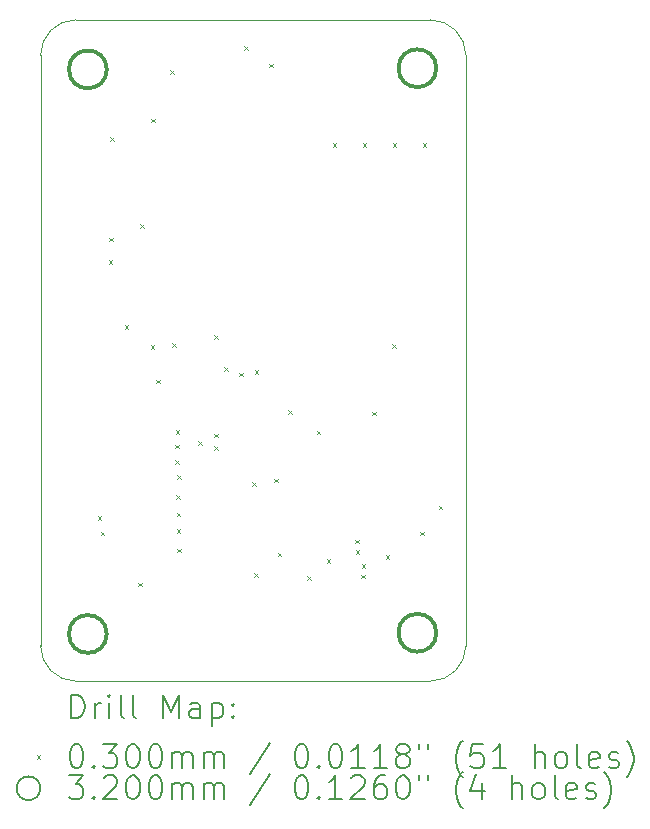
<source format=gbr>
%TF.GenerationSoftware,KiCad,Pcbnew,8.0.7*%
%TF.CreationDate,2025-01-13T12:12:35+05:30*%
%TF.ProjectId,STHDAQ_BX,53544844-4151-45f4-9258-2e6b69636164,rev?*%
%TF.SameCoordinates,Original*%
%TF.FileFunction,Drillmap*%
%TF.FilePolarity,Positive*%
%FSLAX45Y45*%
G04 Gerber Fmt 4.5, Leading zero omitted, Abs format (unit mm)*
G04 Created by KiCad (PCBNEW 8.0.7) date 2025-01-13 12:12:35*
%MOMM*%
%LPD*%
G01*
G04 APERTURE LIST*
%ADD10C,0.050000*%
%ADD11C,0.200000*%
%ADD12C,0.100000*%
%ADD13C,0.320000*%
G04 APERTURE END LIST*
D10*
X17300000Y-13600000D02*
G75*
G02*
X17000000Y-13300000I0J300000D01*
G01*
X20600000Y-8300000D02*
X20600000Y-13300000D01*
X17300000Y-8000000D02*
X20300000Y-8000000D01*
X20300000Y-13600000D02*
X17300000Y-13600000D01*
X20300000Y-8000000D02*
G75*
G02*
X20600000Y-8300000I0J-300000D01*
G01*
X17000000Y-13300000D02*
X17000000Y-8300000D01*
X17000000Y-8300000D02*
G75*
G02*
X17300000Y-8000000I300000J0D01*
G01*
X20600000Y-13300000D02*
G75*
G02*
X20300000Y-13600000I-300000J0D01*
G01*
D11*
D12*
X17482000Y-12201000D02*
X17512000Y-12231000D01*
X17512000Y-12201000D02*
X17482000Y-12231000D01*
X17508000Y-12333000D02*
X17538000Y-12363000D01*
X17538000Y-12333000D02*
X17508000Y-12363000D01*
X17576000Y-10038000D02*
X17606000Y-10068000D01*
X17606000Y-10038000D02*
X17576000Y-10068000D01*
X17582000Y-9844000D02*
X17612000Y-9874000D01*
X17612000Y-9844000D02*
X17582000Y-9874000D01*
X17588000Y-8993000D02*
X17618000Y-9023000D01*
X17618000Y-8993000D02*
X17588000Y-9023000D01*
X17711000Y-10585000D02*
X17741000Y-10615000D01*
X17741000Y-10585000D02*
X17711000Y-10615000D01*
X17825000Y-12766000D02*
X17855000Y-12796000D01*
X17855000Y-12766000D02*
X17825000Y-12796000D01*
X17845000Y-9733000D02*
X17875000Y-9763000D01*
X17875000Y-9733000D02*
X17845000Y-9763000D01*
X17931000Y-10755000D02*
X17961000Y-10785000D01*
X17961000Y-10755000D02*
X17931000Y-10785000D01*
X17937000Y-8836000D02*
X17967000Y-8866000D01*
X17967000Y-8836000D02*
X17937000Y-8866000D01*
X17979855Y-11048145D02*
X18009855Y-11078145D01*
X18009855Y-11048145D02*
X17979855Y-11078145D01*
X18096000Y-8425390D02*
X18126000Y-8455390D01*
X18126000Y-8425390D02*
X18096000Y-8455390D01*
X18113000Y-10740000D02*
X18143000Y-10770000D01*
X18143000Y-10740000D02*
X18113000Y-10770000D01*
X18139000Y-11597000D02*
X18169000Y-11627000D01*
X18169000Y-11597000D02*
X18139000Y-11627000D01*
X18140250Y-11731000D02*
X18170250Y-11761000D01*
X18170250Y-11731000D02*
X18140250Y-11761000D01*
X18144000Y-11474000D02*
X18174000Y-11504000D01*
X18174000Y-11474000D02*
X18144000Y-11504000D01*
X18146904Y-12025943D02*
X18176904Y-12055943D01*
X18176904Y-12025943D02*
X18146904Y-12055943D01*
X18152250Y-12173000D02*
X18182250Y-12203000D01*
X18182250Y-12173000D02*
X18152250Y-12203000D01*
X18152250Y-12314000D02*
X18182250Y-12344000D01*
X18182250Y-12314000D02*
X18152250Y-12344000D01*
X18155250Y-11858000D02*
X18185250Y-11888000D01*
X18185250Y-11858000D02*
X18155250Y-11888000D01*
X18157250Y-12478000D02*
X18187250Y-12508000D01*
X18187250Y-12478000D02*
X18157250Y-12508000D01*
X18334000Y-11567000D02*
X18364000Y-11597000D01*
X18364000Y-11567000D02*
X18334000Y-11597000D01*
X18468250Y-11503000D02*
X18498250Y-11533000D01*
X18498250Y-11503000D02*
X18468250Y-11533000D01*
X18469000Y-10673000D02*
X18499000Y-10703000D01*
X18499000Y-10673000D02*
X18469000Y-10703000D01*
X18470750Y-11611000D02*
X18500750Y-11641000D01*
X18500750Y-11611000D02*
X18470750Y-11641000D01*
X18557000Y-10940000D02*
X18587000Y-10970000D01*
X18587000Y-10940000D02*
X18557000Y-10970000D01*
X18684000Y-10989000D02*
X18714000Y-11019000D01*
X18714000Y-10989000D02*
X18684000Y-11019000D01*
X18723000Y-8225000D02*
X18753000Y-8255000D01*
X18753000Y-8225000D02*
X18723000Y-8255000D01*
X18792000Y-11915000D02*
X18822000Y-11945000D01*
X18822000Y-11915000D02*
X18792000Y-11945000D01*
X18809000Y-12687000D02*
X18839000Y-12717000D01*
X18839000Y-12687000D02*
X18809000Y-12717000D01*
X18815000Y-10966000D02*
X18845000Y-10996000D01*
X18845000Y-10966000D02*
X18815000Y-10996000D01*
X18936000Y-8373000D02*
X18966000Y-8403000D01*
X18966000Y-8373000D02*
X18936000Y-8403000D01*
X18977000Y-11887000D02*
X19007000Y-11917000D01*
X19007000Y-11887000D02*
X18977000Y-11917000D01*
X19009000Y-12513000D02*
X19039000Y-12543000D01*
X19039000Y-12513000D02*
X19009000Y-12543000D01*
X19095000Y-11306000D02*
X19125000Y-11336000D01*
X19125000Y-11306000D02*
X19095000Y-11336000D01*
X19257000Y-12710000D02*
X19287000Y-12740000D01*
X19287000Y-12710000D02*
X19257000Y-12740000D01*
X19338000Y-11481000D02*
X19368000Y-11511000D01*
X19368000Y-11481000D02*
X19338000Y-11511000D01*
X19424000Y-12567000D02*
X19454000Y-12597000D01*
X19454000Y-12567000D02*
X19424000Y-12597000D01*
X19475000Y-9045000D02*
X19505000Y-9075000D01*
X19505000Y-9045000D02*
X19475000Y-9075000D01*
X19663000Y-12401000D02*
X19693000Y-12431000D01*
X19693000Y-12401000D02*
X19663000Y-12431000D01*
X19667000Y-12489000D02*
X19697000Y-12519000D01*
X19697000Y-12489000D02*
X19667000Y-12519000D01*
X19716000Y-12700000D02*
X19746000Y-12730000D01*
X19746000Y-12700000D02*
X19716000Y-12730000D01*
X19718000Y-12609000D02*
X19748000Y-12639000D01*
X19748000Y-12609000D02*
X19718000Y-12639000D01*
X19729000Y-9045000D02*
X19759000Y-9075000D01*
X19759000Y-9045000D02*
X19729000Y-9075000D01*
X19810000Y-11320000D02*
X19840000Y-11350000D01*
X19840000Y-11320000D02*
X19810000Y-11350000D01*
X19924000Y-12534000D02*
X19954000Y-12564000D01*
X19954000Y-12534000D02*
X19924000Y-12564000D01*
X19978000Y-10745000D02*
X20008000Y-10775000D01*
X20008000Y-10745000D02*
X19978000Y-10775000D01*
X19983000Y-9045000D02*
X20013000Y-9075000D01*
X20013000Y-9045000D02*
X19983000Y-9075000D01*
X20216000Y-12335000D02*
X20246000Y-12365000D01*
X20246000Y-12335000D02*
X20216000Y-12365000D01*
X20237000Y-9045000D02*
X20267000Y-9075000D01*
X20267000Y-9045000D02*
X20237000Y-9075000D01*
X20372000Y-12114000D02*
X20402000Y-12144000D01*
X20402000Y-12114000D02*
X20372000Y-12144000D01*
D13*
X17560000Y-8420000D02*
G75*
G02*
X17240000Y-8420000I-160000J0D01*
G01*
X17240000Y-8420000D02*
G75*
G02*
X17560000Y-8420000I160000J0D01*
G01*
X17560000Y-13200000D02*
G75*
G02*
X17240000Y-13200000I-160000J0D01*
G01*
X17240000Y-13200000D02*
G75*
G02*
X17560000Y-13200000I160000J0D01*
G01*
X20350000Y-8410000D02*
G75*
G02*
X20030000Y-8410000I-160000J0D01*
G01*
X20030000Y-8410000D02*
G75*
G02*
X20350000Y-8410000I160000J0D01*
G01*
X20350000Y-13190000D02*
G75*
G02*
X20030000Y-13190000I-160000J0D01*
G01*
X20030000Y-13190000D02*
G75*
G02*
X20350000Y-13190000I160000J0D01*
G01*
D11*
X17258277Y-13913984D02*
X17258277Y-13713984D01*
X17258277Y-13713984D02*
X17305896Y-13713984D01*
X17305896Y-13713984D02*
X17334467Y-13723508D01*
X17334467Y-13723508D02*
X17353515Y-13742555D01*
X17353515Y-13742555D02*
X17363039Y-13761603D01*
X17363039Y-13761603D02*
X17372563Y-13799698D01*
X17372563Y-13799698D02*
X17372563Y-13828269D01*
X17372563Y-13828269D02*
X17363039Y-13866365D01*
X17363039Y-13866365D02*
X17353515Y-13885412D01*
X17353515Y-13885412D02*
X17334467Y-13904460D01*
X17334467Y-13904460D02*
X17305896Y-13913984D01*
X17305896Y-13913984D02*
X17258277Y-13913984D01*
X17458277Y-13913984D02*
X17458277Y-13780650D01*
X17458277Y-13818746D02*
X17467801Y-13799698D01*
X17467801Y-13799698D02*
X17477324Y-13790174D01*
X17477324Y-13790174D02*
X17496372Y-13780650D01*
X17496372Y-13780650D02*
X17515420Y-13780650D01*
X17582086Y-13913984D02*
X17582086Y-13780650D01*
X17582086Y-13713984D02*
X17572563Y-13723508D01*
X17572563Y-13723508D02*
X17582086Y-13733031D01*
X17582086Y-13733031D02*
X17591610Y-13723508D01*
X17591610Y-13723508D02*
X17582086Y-13713984D01*
X17582086Y-13713984D02*
X17582086Y-13733031D01*
X17705896Y-13913984D02*
X17686848Y-13904460D01*
X17686848Y-13904460D02*
X17677324Y-13885412D01*
X17677324Y-13885412D02*
X17677324Y-13713984D01*
X17810658Y-13913984D02*
X17791610Y-13904460D01*
X17791610Y-13904460D02*
X17782086Y-13885412D01*
X17782086Y-13885412D02*
X17782086Y-13713984D01*
X18039229Y-13913984D02*
X18039229Y-13713984D01*
X18039229Y-13713984D02*
X18105896Y-13856841D01*
X18105896Y-13856841D02*
X18172563Y-13713984D01*
X18172563Y-13713984D02*
X18172563Y-13913984D01*
X18353515Y-13913984D02*
X18353515Y-13809222D01*
X18353515Y-13809222D02*
X18343991Y-13790174D01*
X18343991Y-13790174D02*
X18324944Y-13780650D01*
X18324944Y-13780650D02*
X18286848Y-13780650D01*
X18286848Y-13780650D02*
X18267801Y-13790174D01*
X18353515Y-13904460D02*
X18334467Y-13913984D01*
X18334467Y-13913984D02*
X18286848Y-13913984D01*
X18286848Y-13913984D02*
X18267801Y-13904460D01*
X18267801Y-13904460D02*
X18258277Y-13885412D01*
X18258277Y-13885412D02*
X18258277Y-13866365D01*
X18258277Y-13866365D02*
X18267801Y-13847317D01*
X18267801Y-13847317D02*
X18286848Y-13837793D01*
X18286848Y-13837793D02*
X18334467Y-13837793D01*
X18334467Y-13837793D02*
X18353515Y-13828269D01*
X18448753Y-13780650D02*
X18448753Y-13980650D01*
X18448753Y-13790174D02*
X18467801Y-13780650D01*
X18467801Y-13780650D02*
X18505896Y-13780650D01*
X18505896Y-13780650D02*
X18524944Y-13790174D01*
X18524944Y-13790174D02*
X18534467Y-13799698D01*
X18534467Y-13799698D02*
X18543991Y-13818746D01*
X18543991Y-13818746D02*
X18543991Y-13875888D01*
X18543991Y-13875888D02*
X18534467Y-13894936D01*
X18534467Y-13894936D02*
X18524944Y-13904460D01*
X18524944Y-13904460D02*
X18505896Y-13913984D01*
X18505896Y-13913984D02*
X18467801Y-13913984D01*
X18467801Y-13913984D02*
X18448753Y-13904460D01*
X18629705Y-13894936D02*
X18639229Y-13904460D01*
X18639229Y-13904460D02*
X18629705Y-13913984D01*
X18629705Y-13913984D02*
X18620182Y-13904460D01*
X18620182Y-13904460D02*
X18629705Y-13894936D01*
X18629705Y-13894936D02*
X18629705Y-13913984D01*
X18629705Y-13790174D02*
X18639229Y-13799698D01*
X18639229Y-13799698D02*
X18629705Y-13809222D01*
X18629705Y-13809222D02*
X18620182Y-13799698D01*
X18620182Y-13799698D02*
X18629705Y-13790174D01*
X18629705Y-13790174D02*
X18629705Y-13809222D01*
D12*
X16967500Y-14227500D02*
X16997500Y-14257500D01*
X16997500Y-14227500D02*
X16967500Y-14257500D01*
D11*
X17296372Y-14133984D02*
X17315420Y-14133984D01*
X17315420Y-14133984D02*
X17334467Y-14143508D01*
X17334467Y-14143508D02*
X17343991Y-14153031D01*
X17343991Y-14153031D02*
X17353515Y-14172079D01*
X17353515Y-14172079D02*
X17363039Y-14210174D01*
X17363039Y-14210174D02*
X17363039Y-14257793D01*
X17363039Y-14257793D02*
X17353515Y-14295888D01*
X17353515Y-14295888D02*
X17343991Y-14314936D01*
X17343991Y-14314936D02*
X17334467Y-14324460D01*
X17334467Y-14324460D02*
X17315420Y-14333984D01*
X17315420Y-14333984D02*
X17296372Y-14333984D01*
X17296372Y-14333984D02*
X17277324Y-14324460D01*
X17277324Y-14324460D02*
X17267801Y-14314936D01*
X17267801Y-14314936D02*
X17258277Y-14295888D01*
X17258277Y-14295888D02*
X17248753Y-14257793D01*
X17248753Y-14257793D02*
X17248753Y-14210174D01*
X17248753Y-14210174D02*
X17258277Y-14172079D01*
X17258277Y-14172079D02*
X17267801Y-14153031D01*
X17267801Y-14153031D02*
X17277324Y-14143508D01*
X17277324Y-14143508D02*
X17296372Y-14133984D01*
X17448753Y-14314936D02*
X17458277Y-14324460D01*
X17458277Y-14324460D02*
X17448753Y-14333984D01*
X17448753Y-14333984D02*
X17439229Y-14324460D01*
X17439229Y-14324460D02*
X17448753Y-14314936D01*
X17448753Y-14314936D02*
X17448753Y-14333984D01*
X17524944Y-14133984D02*
X17648753Y-14133984D01*
X17648753Y-14133984D02*
X17582086Y-14210174D01*
X17582086Y-14210174D02*
X17610658Y-14210174D01*
X17610658Y-14210174D02*
X17629705Y-14219698D01*
X17629705Y-14219698D02*
X17639229Y-14229222D01*
X17639229Y-14229222D02*
X17648753Y-14248269D01*
X17648753Y-14248269D02*
X17648753Y-14295888D01*
X17648753Y-14295888D02*
X17639229Y-14314936D01*
X17639229Y-14314936D02*
X17629705Y-14324460D01*
X17629705Y-14324460D02*
X17610658Y-14333984D01*
X17610658Y-14333984D02*
X17553515Y-14333984D01*
X17553515Y-14333984D02*
X17534467Y-14324460D01*
X17534467Y-14324460D02*
X17524944Y-14314936D01*
X17772563Y-14133984D02*
X17791610Y-14133984D01*
X17791610Y-14133984D02*
X17810658Y-14143508D01*
X17810658Y-14143508D02*
X17820182Y-14153031D01*
X17820182Y-14153031D02*
X17829705Y-14172079D01*
X17829705Y-14172079D02*
X17839229Y-14210174D01*
X17839229Y-14210174D02*
X17839229Y-14257793D01*
X17839229Y-14257793D02*
X17829705Y-14295888D01*
X17829705Y-14295888D02*
X17820182Y-14314936D01*
X17820182Y-14314936D02*
X17810658Y-14324460D01*
X17810658Y-14324460D02*
X17791610Y-14333984D01*
X17791610Y-14333984D02*
X17772563Y-14333984D01*
X17772563Y-14333984D02*
X17753515Y-14324460D01*
X17753515Y-14324460D02*
X17743991Y-14314936D01*
X17743991Y-14314936D02*
X17734467Y-14295888D01*
X17734467Y-14295888D02*
X17724944Y-14257793D01*
X17724944Y-14257793D02*
X17724944Y-14210174D01*
X17724944Y-14210174D02*
X17734467Y-14172079D01*
X17734467Y-14172079D02*
X17743991Y-14153031D01*
X17743991Y-14153031D02*
X17753515Y-14143508D01*
X17753515Y-14143508D02*
X17772563Y-14133984D01*
X17963039Y-14133984D02*
X17982086Y-14133984D01*
X17982086Y-14133984D02*
X18001134Y-14143508D01*
X18001134Y-14143508D02*
X18010658Y-14153031D01*
X18010658Y-14153031D02*
X18020182Y-14172079D01*
X18020182Y-14172079D02*
X18029705Y-14210174D01*
X18029705Y-14210174D02*
X18029705Y-14257793D01*
X18029705Y-14257793D02*
X18020182Y-14295888D01*
X18020182Y-14295888D02*
X18010658Y-14314936D01*
X18010658Y-14314936D02*
X18001134Y-14324460D01*
X18001134Y-14324460D02*
X17982086Y-14333984D01*
X17982086Y-14333984D02*
X17963039Y-14333984D01*
X17963039Y-14333984D02*
X17943991Y-14324460D01*
X17943991Y-14324460D02*
X17934467Y-14314936D01*
X17934467Y-14314936D02*
X17924944Y-14295888D01*
X17924944Y-14295888D02*
X17915420Y-14257793D01*
X17915420Y-14257793D02*
X17915420Y-14210174D01*
X17915420Y-14210174D02*
X17924944Y-14172079D01*
X17924944Y-14172079D02*
X17934467Y-14153031D01*
X17934467Y-14153031D02*
X17943991Y-14143508D01*
X17943991Y-14143508D02*
X17963039Y-14133984D01*
X18115420Y-14333984D02*
X18115420Y-14200650D01*
X18115420Y-14219698D02*
X18124944Y-14210174D01*
X18124944Y-14210174D02*
X18143991Y-14200650D01*
X18143991Y-14200650D02*
X18172563Y-14200650D01*
X18172563Y-14200650D02*
X18191610Y-14210174D01*
X18191610Y-14210174D02*
X18201134Y-14229222D01*
X18201134Y-14229222D02*
X18201134Y-14333984D01*
X18201134Y-14229222D02*
X18210658Y-14210174D01*
X18210658Y-14210174D02*
X18229705Y-14200650D01*
X18229705Y-14200650D02*
X18258277Y-14200650D01*
X18258277Y-14200650D02*
X18277325Y-14210174D01*
X18277325Y-14210174D02*
X18286848Y-14229222D01*
X18286848Y-14229222D02*
X18286848Y-14333984D01*
X18382086Y-14333984D02*
X18382086Y-14200650D01*
X18382086Y-14219698D02*
X18391610Y-14210174D01*
X18391610Y-14210174D02*
X18410658Y-14200650D01*
X18410658Y-14200650D02*
X18439229Y-14200650D01*
X18439229Y-14200650D02*
X18458277Y-14210174D01*
X18458277Y-14210174D02*
X18467801Y-14229222D01*
X18467801Y-14229222D02*
X18467801Y-14333984D01*
X18467801Y-14229222D02*
X18477325Y-14210174D01*
X18477325Y-14210174D02*
X18496372Y-14200650D01*
X18496372Y-14200650D02*
X18524944Y-14200650D01*
X18524944Y-14200650D02*
X18543991Y-14210174D01*
X18543991Y-14210174D02*
X18553515Y-14229222D01*
X18553515Y-14229222D02*
X18553515Y-14333984D01*
X18943991Y-14124460D02*
X18772563Y-14381603D01*
X19201134Y-14133984D02*
X19220182Y-14133984D01*
X19220182Y-14133984D02*
X19239229Y-14143508D01*
X19239229Y-14143508D02*
X19248753Y-14153031D01*
X19248753Y-14153031D02*
X19258277Y-14172079D01*
X19258277Y-14172079D02*
X19267801Y-14210174D01*
X19267801Y-14210174D02*
X19267801Y-14257793D01*
X19267801Y-14257793D02*
X19258277Y-14295888D01*
X19258277Y-14295888D02*
X19248753Y-14314936D01*
X19248753Y-14314936D02*
X19239229Y-14324460D01*
X19239229Y-14324460D02*
X19220182Y-14333984D01*
X19220182Y-14333984D02*
X19201134Y-14333984D01*
X19201134Y-14333984D02*
X19182087Y-14324460D01*
X19182087Y-14324460D02*
X19172563Y-14314936D01*
X19172563Y-14314936D02*
X19163039Y-14295888D01*
X19163039Y-14295888D02*
X19153515Y-14257793D01*
X19153515Y-14257793D02*
X19153515Y-14210174D01*
X19153515Y-14210174D02*
X19163039Y-14172079D01*
X19163039Y-14172079D02*
X19172563Y-14153031D01*
X19172563Y-14153031D02*
X19182087Y-14143508D01*
X19182087Y-14143508D02*
X19201134Y-14133984D01*
X19353515Y-14314936D02*
X19363039Y-14324460D01*
X19363039Y-14324460D02*
X19353515Y-14333984D01*
X19353515Y-14333984D02*
X19343991Y-14324460D01*
X19343991Y-14324460D02*
X19353515Y-14314936D01*
X19353515Y-14314936D02*
X19353515Y-14333984D01*
X19486848Y-14133984D02*
X19505896Y-14133984D01*
X19505896Y-14133984D02*
X19524944Y-14143508D01*
X19524944Y-14143508D02*
X19534468Y-14153031D01*
X19534468Y-14153031D02*
X19543991Y-14172079D01*
X19543991Y-14172079D02*
X19553515Y-14210174D01*
X19553515Y-14210174D02*
X19553515Y-14257793D01*
X19553515Y-14257793D02*
X19543991Y-14295888D01*
X19543991Y-14295888D02*
X19534468Y-14314936D01*
X19534468Y-14314936D02*
X19524944Y-14324460D01*
X19524944Y-14324460D02*
X19505896Y-14333984D01*
X19505896Y-14333984D02*
X19486848Y-14333984D01*
X19486848Y-14333984D02*
X19467801Y-14324460D01*
X19467801Y-14324460D02*
X19458277Y-14314936D01*
X19458277Y-14314936D02*
X19448753Y-14295888D01*
X19448753Y-14295888D02*
X19439229Y-14257793D01*
X19439229Y-14257793D02*
X19439229Y-14210174D01*
X19439229Y-14210174D02*
X19448753Y-14172079D01*
X19448753Y-14172079D02*
X19458277Y-14153031D01*
X19458277Y-14153031D02*
X19467801Y-14143508D01*
X19467801Y-14143508D02*
X19486848Y-14133984D01*
X19743991Y-14333984D02*
X19629706Y-14333984D01*
X19686848Y-14333984D02*
X19686848Y-14133984D01*
X19686848Y-14133984D02*
X19667801Y-14162555D01*
X19667801Y-14162555D02*
X19648753Y-14181603D01*
X19648753Y-14181603D02*
X19629706Y-14191127D01*
X19934468Y-14333984D02*
X19820182Y-14333984D01*
X19877325Y-14333984D02*
X19877325Y-14133984D01*
X19877325Y-14133984D02*
X19858277Y-14162555D01*
X19858277Y-14162555D02*
X19839229Y-14181603D01*
X19839229Y-14181603D02*
X19820182Y-14191127D01*
X20048753Y-14219698D02*
X20029706Y-14210174D01*
X20029706Y-14210174D02*
X20020182Y-14200650D01*
X20020182Y-14200650D02*
X20010658Y-14181603D01*
X20010658Y-14181603D02*
X20010658Y-14172079D01*
X20010658Y-14172079D02*
X20020182Y-14153031D01*
X20020182Y-14153031D02*
X20029706Y-14143508D01*
X20029706Y-14143508D02*
X20048753Y-14133984D01*
X20048753Y-14133984D02*
X20086849Y-14133984D01*
X20086849Y-14133984D02*
X20105896Y-14143508D01*
X20105896Y-14143508D02*
X20115420Y-14153031D01*
X20115420Y-14153031D02*
X20124944Y-14172079D01*
X20124944Y-14172079D02*
X20124944Y-14181603D01*
X20124944Y-14181603D02*
X20115420Y-14200650D01*
X20115420Y-14200650D02*
X20105896Y-14210174D01*
X20105896Y-14210174D02*
X20086849Y-14219698D01*
X20086849Y-14219698D02*
X20048753Y-14219698D01*
X20048753Y-14219698D02*
X20029706Y-14229222D01*
X20029706Y-14229222D02*
X20020182Y-14238746D01*
X20020182Y-14238746D02*
X20010658Y-14257793D01*
X20010658Y-14257793D02*
X20010658Y-14295888D01*
X20010658Y-14295888D02*
X20020182Y-14314936D01*
X20020182Y-14314936D02*
X20029706Y-14324460D01*
X20029706Y-14324460D02*
X20048753Y-14333984D01*
X20048753Y-14333984D02*
X20086849Y-14333984D01*
X20086849Y-14333984D02*
X20105896Y-14324460D01*
X20105896Y-14324460D02*
X20115420Y-14314936D01*
X20115420Y-14314936D02*
X20124944Y-14295888D01*
X20124944Y-14295888D02*
X20124944Y-14257793D01*
X20124944Y-14257793D02*
X20115420Y-14238746D01*
X20115420Y-14238746D02*
X20105896Y-14229222D01*
X20105896Y-14229222D02*
X20086849Y-14219698D01*
X20201134Y-14133984D02*
X20201134Y-14172079D01*
X20277325Y-14133984D02*
X20277325Y-14172079D01*
X20572563Y-14410174D02*
X20563039Y-14400650D01*
X20563039Y-14400650D02*
X20543991Y-14372079D01*
X20543991Y-14372079D02*
X20534468Y-14353031D01*
X20534468Y-14353031D02*
X20524944Y-14324460D01*
X20524944Y-14324460D02*
X20515420Y-14276841D01*
X20515420Y-14276841D02*
X20515420Y-14238746D01*
X20515420Y-14238746D02*
X20524944Y-14191127D01*
X20524944Y-14191127D02*
X20534468Y-14162555D01*
X20534468Y-14162555D02*
X20543991Y-14143508D01*
X20543991Y-14143508D02*
X20563039Y-14114936D01*
X20563039Y-14114936D02*
X20572563Y-14105412D01*
X20743991Y-14133984D02*
X20648753Y-14133984D01*
X20648753Y-14133984D02*
X20639230Y-14229222D01*
X20639230Y-14229222D02*
X20648753Y-14219698D01*
X20648753Y-14219698D02*
X20667801Y-14210174D01*
X20667801Y-14210174D02*
X20715420Y-14210174D01*
X20715420Y-14210174D02*
X20734468Y-14219698D01*
X20734468Y-14219698D02*
X20743991Y-14229222D01*
X20743991Y-14229222D02*
X20753515Y-14248269D01*
X20753515Y-14248269D02*
X20753515Y-14295888D01*
X20753515Y-14295888D02*
X20743991Y-14314936D01*
X20743991Y-14314936D02*
X20734468Y-14324460D01*
X20734468Y-14324460D02*
X20715420Y-14333984D01*
X20715420Y-14333984D02*
X20667801Y-14333984D01*
X20667801Y-14333984D02*
X20648753Y-14324460D01*
X20648753Y-14324460D02*
X20639230Y-14314936D01*
X20943991Y-14333984D02*
X20829706Y-14333984D01*
X20886849Y-14333984D02*
X20886849Y-14133984D01*
X20886849Y-14133984D02*
X20867801Y-14162555D01*
X20867801Y-14162555D02*
X20848753Y-14181603D01*
X20848753Y-14181603D02*
X20829706Y-14191127D01*
X21182087Y-14333984D02*
X21182087Y-14133984D01*
X21267801Y-14333984D02*
X21267801Y-14229222D01*
X21267801Y-14229222D02*
X21258277Y-14210174D01*
X21258277Y-14210174D02*
X21239230Y-14200650D01*
X21239230Y-14200650D02*
X21210658Y-14200650D01*
X21210658Y-14200650D02*
X21191611Y-14210174D01*
X21191611Y-14210174D02*
X21182087Y-14219698D01*
X21391611Y-14333984D02*
X21372563Y-14324460D01*
X21372563Y-14324460D02*
X21363039Y-14314936D01*
X21363039Y-14314936D02*
X21353515Y-14295888D01*
X21353515Y-14295888D02*
X21353515Y-14238746D01*
X21353515Y-14238746D02*
X21363039Y-14219698D01*
X21363039Y-14219698D02*
X21372563Y-14210174D01*
X21372563Y-14210174D02*
X21391611Y-14200650D01*
X21391611Y-14200650D02*
X21420182Y-14200650D01*
X21420182Y-14200650D02*
X21439230Y-14210174D01*
X21439230Y-14210174D02*
X21448753Y-14219698D01*
X21448753Y-14219698D02*
X21458277Y-14238746D01*
X21458277Y-14238746D02*
X21458277Y-14295888D01*
X21458277Y-14295888D02*
X21448753Y-14314936D01*
X21448753Y-14314936D02*
X21439230Y-14324460D01*
X21439230Y-14324460D02*
X21420182Y-14333984D01*
X21420182Y-14333984D02*
X21391611Y-14333984D01*
X21572563Y-14333984D02*
X21553515Y-14324460D01*
X21553515Y-14324460D02*
X21543992Y-14305412D01*
X21543992Y-14305412D02*
X21543992Y-14133984D01*
X21724944Y-14324460D02*
X21705896Y-14333984D01*
X21705896Y-14333984D02*
X21667801Y-14333984D01*
X21667801Y-14333984D02*
X21648753Y-14324460D01*
X21648753Y-14324460D02*
X21639230Y-14305412D01*
X21639230Y-14305412D02*
X21639230Y-14229222D01*
X21639230Y-14229222D02*
X21648753Y-14210174D01*
X21648753Y-14210174D02*
X21667801Y-14200650D01*
X21667801Y-14200650D02*
X21705896Y-14200650D01*
X21705896Y-14200650D02*
X21724944Y-14210174D01*
X21724944Y-14210174D02*
X21734468Y-14229222D01*
X21734468Y-14229222D02*
X21734468Y-14248269D01*
X21734468Y-14248269D02*
X21639230Y-14267317D01*
X21810658Y-14324460D02*
X21829706Y-14333984D01*
X21829706Y-14333984D02*
X21867801Y-14333984D01*
X21867801Y-14333984D02*
X21886849Y-14324460D01*
X21886849Y-14324460D02*
X21896373Y-14305412D01*
X21896373Y-14305412D02*
X21896373Y-14295888D01*
X21896373Y-14295888D02*
X21886849Y-14276841D01*
X21886849Y-14276841D02*
X21867801Y-14267317D01*
X21867801Y-14267317D02*
X21839230Y-14267317D01*
X21839230Y-14267317D02*
X21820182Y-14257793D01*
X21820182Y-14257793D02*
X21810658Y-14238746D01*
X21810658Y-14238746D02*
X21810658Y-14229222D01*
X21810658Y-14229222D02*
X21820182Y-14210174D01*
X21820182Y-14210174D02*
X21839230Y-14200650D01*
X21839230Y-14200650D02*
X21867801Y-14200650D01*
X21867801Y-14200650D02*
X21886849Y-14210174D01*
X21963039Y-14410174D02*
X21972563Y-14400650D01*
X21972563Y-14400650D02*
X21991611Y-14372079D01*
X21991611Y-14372079D02*
X22001134Y-14353031D01*
X22001134Y-14353031D02*
X22010658Y-14324460D01*
X22010658Y-14324460D02*
X22020182Y-14276841D01*
X22020182Y-14276841D02*
X22020182Y-14238746D01*
X22020182Y-14238746D02*
X22010658Y-14191127D01*
X22010658Y-14191127D02*
X22001134Y-14162555D01*
X22001134Y-14162555D02*
X21991611Y-14143508D01*
X21991611Y-14143508D02*
X21972563Y-14114936D01*
X21972563Y-14114936D02*
X21963039Y-14105412D01*
X16997500Y-14506500D02*
G75*
G02*
X16797500Y-14506500I-100000J0D01*
G01*
X16797500Y-14506500D02*
G75*
G02*
X16997500Y-14506500I100000J0D01*
G01*
X17239229Y-14397984D02*
X17363039Y-14397984D01*
X17363039Y-14397984D02*
X17296372Y-14474174D01*
X17296372Y-14474174D02*
X17324944Y-14474174D01*
X17324944Y-14474174D02*
X17343991Y-14483698D01*
X17343991Y-14483698D02*
X17353515Y-14493222D01*
X17353515Y-14493222D02*
X17363039Y-14512269D01*
X17363039Y-14512269D02*
X17363039Y-14559888D01*
X17363039Y-14559888D02*
X17353515Y-14578936D01*
X17353515Y-14578936D02*
X17343991Y-14588460D01*
X17343991Y-14588460D02*
X17324944Y-14597984D01*
X17324944Y-14597984D02*
X17267801Y-14597984D01*
X17267801Y-14597984D02*
X17248753Y-14588460D01*
X17248753Y-14588460D02*
X17239229Y-14578936D01*
X17448753Y-14578936D02*
X17458277Y-14588460D01*
X17458277Y-14588460D02*
X17448753Y-14597984D01*
X17448753Y-14597984D02*
X17439229Y-14588460D01*
X17439229Y-14588460D02*
X17448753Y-14578936D01*
X17448753Y-14578936D02*
X17448753Y-14597984D01*
X17534467Y-14417031D02*
X17543991Y-14407508D01*
X17543991Y-14407508D02*
X17563039Y-14397984D01*
X17563039Y-14397984D02*
X17610658Y-14397984D01*
X17610658Y-14397984D02*
X17629705Y-14407508D01*
X17629705Y-14407508D02*
X17639229Y-14417031D01*
X17639229Y-14417031D02*
X17648753Y-14436079D01*
X17648753Y-14436079D02*
X17648753Y-14455127D01*
X17648753Y-14455127D02*
X17639229Y-14483698D01*
X17639229Y-14483698D02*
X17524944Y-14597984D01*
X17524944Y-14597984D02*
X17648753Y-14597984D01*
X17772563Y-14397984D02*
X17791610Y-14397984D01*
X17791610Y-14397984D02*
X17810658Y-14407508D01*
X17810658Y-14407508D02*
X17820182Y-14417031D01*
X17820182Y-14417031D02*
X17829705Y-14436079D01*
X17829705Y-14436079D02*
X17839229Y-14474174D01*
X17839229Y-14474174D02*
X17839229Y-14521793D01*
X17839229Y-14521793D02*
X17829705Y-14559888D01*
X17829705Y-14559888D02*
X17820182Y-14578936D01*
X17820182Y-14578936D02*
X17810658Y-14588460D01*
X17810658Y-14588460D02*
X17791610Y-14597984D01*
X17791610Y-14597984D02*
X17772563Y-14597984D01*
X17772563Y-14597984D02*
X17753515Y-14588460D01*
X17753515Y-14588460D02*
X17743991Y-14578936D01*
X17743991Y-14578936D02*
X17734467Y-14559888D01*
X17734467Y-14559888D02*
X17724944Y-14521793D01*
X17724944Y-14521793D02*
X17724944Y-14474174D01*
X17724944Y-14474174D02*
X17734467Y-14436079D01*
X17734467Y-14436079D02*
X17743991Y-14417031D01*
X17743991Y-14417031D02*
X17753515Y-14407508D01*
X17753515Y-14407508D02*
X17772563Y-14397984D01*
X17963039Y-14397984D02*
X17982086Y-14397984D01*
X17982086Y-14397984D02*
X18001134Y-14407508D01*
X18001134Y-14407508D02*
X18010658Y-14417031D01*
X18010658Y-14417031D02*
X18020182Y-14436079D01*
X18020182Y-14436079D02*
X18029705Y-14474174D01*
X18029705Y-14474174D02*
X18029705Y-14521793D01*
X18029705Y-14521793D02*
X18020182Y-14559888D01*
X18020182Y-14559888D02*
X18010658Y-14578936D01*
X18010658Y-14578936D02*
X18001134Y-14588460D01*
X18001134Y-14588460D02*
X17982086Y-14597984D01*
X17982086Y-14597984D02*
X17963039Y-14597984D01*
X17963039Y-14597984D02*
X17943991Y-14588460D01*
X17943991Y-14588460D02*
X17934467Y-14578936D01*
X17934467Y-14578936D02*
X17924944Y-14559888D01*
X17924944Y-14559888D02*
X17915420Y-14521793D01*
X17915420Y-14521793D02*
X17915420Y-14474174D01*
X17915420Y-14474174D02*
X17924944Y-14436079D01*
X17924944Y-14436079D02*
X17934467Y-14417031D01*
X17934467Y-14417031D02*
X17943991Y-14407508D01*
X17943991Y-14407508D02*
X17963039Y-14397984D01*
X18115420Y-14597984D02*
X18115420Y-14464650D01*
X18115420Y-14483698D02*
X18124944Y-14474174D01*
X18124944Y-14474174D02*
X18143991Y-14464650D01*
X18143991Y-14464650D02*
X18172563Y-14464650D01*
X18172563Y-14464650D02*
X18191610Y-14474174D01*
X18191610Y-14474174D02*
X18201134Y-14493222D01*
X18201134Y-14493222D02*
X18201134Y-14597984D01*
X18201134Y-14493222D02*
X18210658Y-14474174D01*
X18210658Y-14474174D02*
X18229705Y-14464650D01*
X18229705Y-14464650D02*
X18258277Y-14464650D01*
X18258277Y-14464650D02*
X18277325Y-14474174D01*
X18277325Y-14474174D02*
X18286848Y-14493222D01*
X18286848Y-14493222D02*
X18286848Y-14597984D01*
X18382086Y-14597984D02*
X18382086Y-14464650D01*
X18382086Y-14483698D02*
X18391610Y-14474174D01*
X18391610Y-14474174D02*
X18410658Y-14464650D01*
X18410658Y-14464650D02*
X18439229Y-14464650D01*
X18439229Y-14464650D02*
X18458277Y-14474174D01*
X18458277Y-14474174D02*
X18467801Y-14493222D01*
X18467801Y-14493222D02*
X18467801Y-14597984D01*
X18467801Y-14493222D02*
X18477325Y-14474174D01*
X18477325Y-14474174D02*
X18496372Y-14464650D01*
X18496372Y-14464650D02*
X18524944Y-14464650D01*
X18524944Y-14464650D02*
X18543991Y-14474174D01*
X18543991Y-14474174D02*
X18553515Y-14493222D01*
X18553515Y-14493222D02*
X18553515Y-14597984D01*
X18943991Y-14388460D02*
X18772563Y-14645603D01*
X19201134Y-14397984D02*
X19220182Y-14397984D01*
X19220182Y-14397984D02*
X19239229Y-14407508D01*
X19239229Y-14407508D02*
X19248753Y-14417031D01*
X19248753Y-14417031D02*
X19258277Y-14436079D01*
X19258277Y-14436079D02*
X19267801Y-14474174D01*
X19267801Y-14474174D02*
X19267801Y-14521793D01*
X19267801Y-14521793D02*
X19258277Y-14559888D01*
X19258277Y-14559888D02*
X19248753Y-14578936D01*
X19248753Y-14578936D02*
X19239229Y-14588460D01*
X19239229Y-14588460D02*
X19220182Y-14597984D01*
X19220182Y-14597984D02*
X19201134Y-14597984D01*
X19201134Y-14597984D02*
X19182087Y-14588460D01*
X19182087Y-14588460D02*
X19172563Y-14578936D01*
X19172563Y-14578936D02*
X19163039Y-14559888D01*
X19163039Y-14559888D02*
X19153515Y-14521793D01*
X19153515Y-14521793D02*
X19153515Y-14474174D01*
X19153515Y-14474174D02*
X19163039Y-14436079D01*
X19163039Y-14436079D02*
X19172563Y-14417031D01*
X19172563Y-14417031D02*
X19182087Y-14407508D01*
X19182087Y-14407508D02*
X19201134Y-14397984D01*
X19353515Y-14578936D02*
X19363039Y-14588460D01*
X19363039Y-14588460D02*
X19353515Y-14597984D01*
X19353515Y-14597984D02*
X19343991Y-14588460D01*
X19343991Y-14588460D02*
X19353515Y-14578936D01*
X19353515Y-14578936D02*
X19353515Y-14597984D01*
X19553515Y-14597984D02*
X19439229Y-14597984D01*
X19496372Y-14597984D02*
X19496372Y-14397984D01*
X19496372Y-14397984D02*
X19477325Y-14426555D01*
X19477325Y-14426555D02*
X19458277Y-14445603D01*
X19458277Y-14445603D02*
X19439229Y-14455127D01*
X19629706Y-14417031D02*
X19639229Y-14407508D01*
X19639229Y-14407508D02*
X19658277Y-14397984D01*
X19658277Y-14397984D02*
X19705896Y-14397984D01*
X19705896Y-14397984D02*
X19724944Y-14407508D01*
X19724944Y-14407508D02*
X19734468Y-14417031D01*
X19734468Y-14417031D02*
X19743991Y-14436079D01*
X19743991Y-14436079D02*
X19743991Y-14455127D01*
X19743991Y-14455127D02*
X19734468Y-14483698D01*
X19734468Y-14483698D02*
X19620182Y-14597984D01*
X19620182Y-14597984D02*
X19743991Y-14597984D01*
X19915420Y-14397984D02*
X19877325Y-14397984D01*
X19877325Y-14397984D02*
X19858277Y-14407508D01*
X19858277Y-14407508D02*
X19848753Y-14417031D01*
X19848753Y-14417031D02*
X19829706Y-14445603D01*
X19829706Y-14445603D02*
X19820182Y-14483698D01*
X19820182Y-14483698D02*
X19820182Y-14559888D01*
X19820182Y-14559888D02*
X19829706Y-14578936D01*
X19829706Y-14578936D02*
X19839229Y-14588460D01*
X19839229Y-14588460D02*
X19858277Y-14597984D01*
X19858277Y-14597984D02*
X19896372Y-14597984D01*
X19896372Y-14597984D02*
X19915420Y-14588460D01*
X19915420Y-14588460D02*
X19924944Y-14578936D01*
X19924944Y-14578936D02*
X19934468Y-14559888D01*
X19934468Y-14559888D02*
X19934468Y-14512269D01*
X19934468Y-14512269D02*
X19924944Y-14493222D01*
X19924944Y-14493222D02*
X19915420Y-14483698D01*
X19915420Y-14483698D02*
X19896372Y-14474174D01*
X19896372Y-14474174D02*
X19858277Y-14474174D01*
X19858277Y-14474174D02*
X19839229Y-14483698D01*
X19839229Y-14483698D02*
X19829706Y-14493222D01*
X19829706Y-14493222D02*
X19820182Y-14512269D01*
X20058277Y-14397984D02*
X20077325Y-14397984D01*
X20077325Y-14397984D02*
X20096372Y-14407508D01*
X20096372Y-14407508D02*
X20105896Y-14417031D01*
X20105896Y-14417031D02*
X20115420Y-14436079D01*
X20115420Y-14436079D02*
X20124944Y-14474174D01*
X20124944Y-14474174D02*
X20124944Y-14521793D01*
X20124944Y-14521793D02*
X20115420Y-14559888D01*
X20115420Y-14559888D02*
X20105896Y-14578936D01*
X20105896Y-14578936D02*
X20096372Y-14588460D01*
X20096372Y-14588460D02*
X20077325Y-14597984D01*
X20077325Y-14597984D02*
X20058277Y-14597984D01*
X20058277Y-14597984D02*
X20039229Y-14588460D01*
X20039229Y-14588460D02*
X20029706Y-14578936D01*
X20029706Y-14578936D02*
X20020182Y-14559888D01*
X20020182Y-14559888D02*
X20010658Y-14521793D01*
X20010658Y-14521793D02*
X20010658Y-14474174D01*
X20010658Y-14474174D02*
X20020182Y-14436079D01*
X20020182Y-14436079D02*
X20029706Y-14417031D01*
X20029706Y-14417031D02*
X20039229Y-14407508D01*
X20039229Y-14407508D02*
X20058277Y-14397984D01*
X20201134Y-14397984D02*
X20201134Y-14436079D01*
X20277325Y-14397984D02*
X20277325Y-14436079D01*
X20572563Y-14674174D02*
X20563039Y-14664650D01*
X20563039Y-14664650D02*
X20543991Y-14636079D01*
X20543991Y-14636079D02*
X20534468Y-14617031D01*
X20534468Y-14617031D02*
X20524944Y-14588460D01*
X20524944Y-14588460D02*
X20515420Y-14540841D01*
X20515420Y-14540841D02*
X20515420Y-14502746D01*
X20515420Y-14502746D02*
X20524944Y-14455127D01*
X20524944Y-14455127D02*
X20534468Y-14426555D01*
X20534468Y-14426555D02*
X20543991Y-14407508D01*
X20543991Y-14407508D02*
X20563039Y-14378936D01*
X20563039Y-14378936D02*
X20572563Y-14369412D01*
X20734468Y-14464650D02*
X20734468Y-14597984D01*
X20686849Y-14388460D02*
X20639230Y-14531317D01*
X20639230Y-14531317D02*
X20763039Y-14531317D01*
X20991611Y-14597984D02*
X20991611Y-14397984D01*
X21077325Y-14597984D02*
X21077325Y-14493222D01*
X21077325Y-14493222D02*
X21067801Y-14474174D01*
X21067801Y-14474174D02*
X21048753Y-14464650D01*
X21048753Y-14464650D02*
X21020182Y-14464650D01*
X21020182Y-14464650D02*
X21001134Y-14474174D01*
X21001134Y-14474174D02*
X20991611Y-14483698D01*
X21201134Y-14597984D02*
X21182087Y-14588460D01*
X21182087Y-14588460D02*
X21172563Y-14578936D01*
X21172563Y-14578936D02*
X21163039Y-14559888D01*
X21163039Y-14559888D02*
X21163039Y-14502746D01*
X21163039Y-14502746D02*
X21172563Y-14483698D01*
X21172563Y-14483698D02*
X21182087Y-14474174D01*
X21182087Y-14474174D02*
X21201134Y-14464650D01*
X21201134Y-14464650D02*
X21229706Y-14464650D01*
X21229706Y-14464650D02*
X21248753Y-14474174D01*
X21248753Y-14474174D02*
X21258277Y-14483698D01*
X21258277Y-14483698D02*
X21267801Y-14502746D01*
X21267801Y-14502746D02*
X21267801Y-14559888D01*
X21267801Y-14559888D02*
X21258277Y-14578936D01*
X21258277Y-14578936D02*
X21248753Y-14588460D01*
X21248753Y-14588460D02*
X21229706Y-14597984D01*
X21229706Y-14597984D02*
X21201134Y-14597984D01*
X21382087Y-14597984D02*
X21363039Y-14588460D01*
X21363039Y-14588460D02*
X21353515Y-14569412D01*
X21353515Y-14569412D02*
X21353515Y-14397984D01*
X21534468Y-14588460D02*
X21515420Y-14597984D01*
X21515420Y-14597984D02*
X21477325Y-14597984D01*
X21477325Y-14597984D02*
X21458277Y-14588460D01*
X21458277Y-14588460D02*
X21448753Y-14569412D01*
X21448753Y-14569412D02*
X21448753Y-14493222D01*
X21448753Y-14493222D02*
X21458277Y-14474174D01*
X21458277Y-14474174D02*
X21477325Y-14464650D01*
X21477325Y-14464650D02*
X21515420Y-14464650D01*
X21515420Y-14464650D02*
X21534468Y-14474174D01*
X21534468Y-14474174D02*
X21543992Y-14493222D01*
X21543992Y-14493222D02*
X21543992Y-14512269D01*
X21543992Y-14512269D02*
X21448753Y-14531317D01*
X21620182Y-14588460D02*
X21639230Y-14597984D01*
X21639230Y-14597984D02*
X21677325Y-14597984D01*
X21677325Y-14597984D02*
X21696373Y-14588460D01*
X21696373Y-14588460D02*
X21705896Y-14569412D01*
X21705896Y-14569412D02*
X21705896Y-14559888D01*
X21705896Y-14559888D02*
X21696373Y-14540841D01*
X21696373Y-14540841D02*
X21677325Y-14531317D01*
X21677325Y-14531317D02*
X21648753Y-14531317D01*
X21648753Y-14531317D02*
X21629706Y-14521793D01*
X21629706Y-14521793D02*
X21620182Y-14502746D01*
X21620182Y-14502746D02*
X21620182Y-14493222D01*
X21620182Y-14493222D02*
X21629706Y-14474174D01*
X21629706Y-14474174D02*
X21648753Y-14464650D01*
X21648753Y-14464650D02*
X21677325Y-14464650D01*
X21677325Y-14464650D02*
X21696373Y-14474174D01*
X21772563Y-14674174D02*
X21782087Y-14664650D01*
X21782087Y-14664650D02*
X21801134Y-14636079D01*
X21801134Y-14636079D02*
X21810658Y-14617031D01*
X21810658Y-14617031D02*
X21820182Y-14588460D01*
X21820182Y-14588460D02*
X21829706Y-14540841D01*
X21829706Y-14540841D02*
X21829706Y-14502746D01*
X21829706Y-14502746D02*
X21820182Y-14455127D01*
X21820182Y-14455127D02*
X21810658Y-14426555D01*
X21810658Y-14426555D02*
X21801134Y-14407508D01*
X21801134Y-14407508D02*
X21782087Y-14378936D01*
X21782087Y-14378936D02*
X21772563Y-14369412D01*
M02*

</source>
